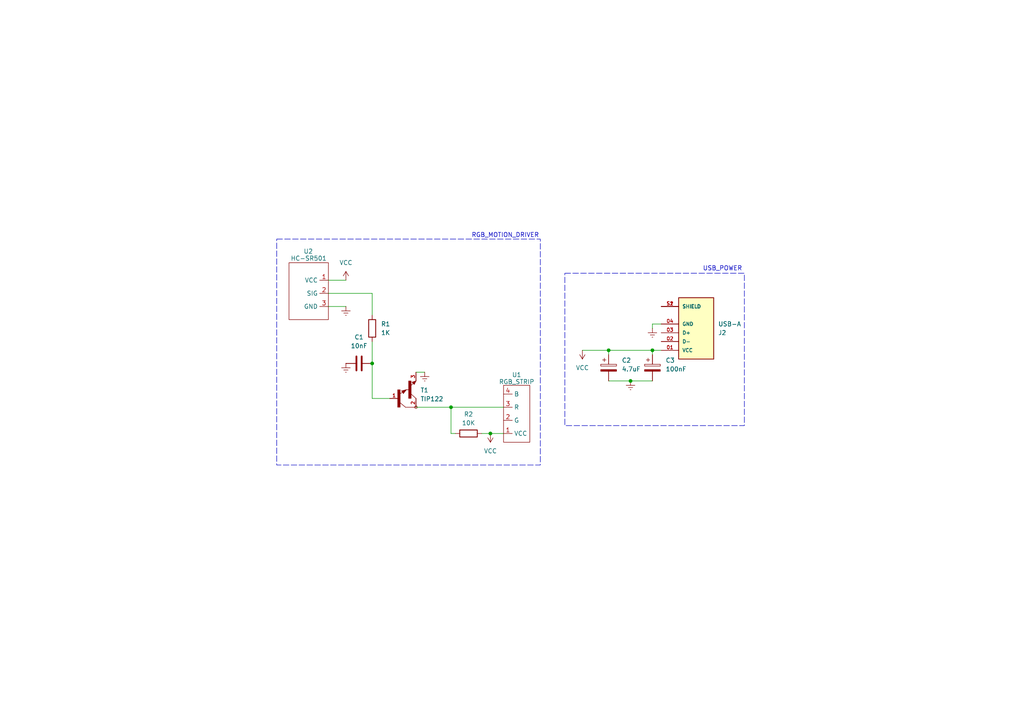
<source format=kicad_sch>
(kicad_sch (version 20231120) (generator "eeschema") (generator_version "8.0")
  (paper "A4")
  (title_block (title "DOOR_FLASH_NOTIFY") (date "2024-08-25") (rev "A") (company "Rullo Corporation"))
  (lib_symbols
    (symbol "Device:C" (pin_numbers hide) (pin_names (offset 0.254))
      (property "Reference" "C" (at 0.635 2.54 0))
      (property "Value" "C" (at 0.635 -2.54 0))
      (symbol "C_0_1"
        (polyline (pts (xy -2.032 -0.762) (xy 2.032 -0.762)) (stroke (width 0.508)))
        (polyline (pts (xy -2.032 0.762) (xy 2.032 0.762)) (stroke (width 0.508)))
      )
      (symbol "C_1_1"
        (pin passive line (at 0 3.81 270) (length 2.794) (name "~") (number "1"))
        (pin passive line (at 0 -3.81 90) (length 2.794) (name "~") (number "2"))
      )
    )
    (symbol "Device:C_Polarized" (pin_numbers hide) (pin_names (offset 0.254))
      (property "Reference" "C" (at 0.635 2.54 0))
      (property "Value" "C_Polarized" (at 0.635 -2.54 0))
      (symbol "C_Polarized_0_1"
        (rectangle (start -2.286 0.508) (end 2.286 1.016))
        (polyline (pts (xy -1.778 2.286) (xy -0.762 2.286)))
        (polyline (pts (xy -1.27 2.794) (xy -1.27 1.778)))
        (rectangle (start 2.286 -0.508) (end -2.286 -1.016) (fill (type outline)))
      )
      (symbol "C_Polarized_1_1"
        (pin passive line (at 0 3.81 270) (length 2.794) (name "~") (number "1"))
        (pin passive line (at 0 -3.81 90) (length 2.794) (name "~") (number "2"))
      )
    )
    (symbol "Device:R" (pin_numbers hide) (pin_names (offset 0))
      (property "Reference" "R" (at 2.032 0 90))
      (property "Value" "R" (at 0 0 90))
      (symbol "R_0_1"
        (rectangle (start -1.016 -2.54) (end 1.016 2.54) (stroke (width 0.254)))
      )
      (symbol "R_1_1"
        (pin passive line (at 0 3.81 270) (length 1.27) (name "~") (number "1"))
        (pin passive line (at 0 -3.81 90) (length 1.27) (name "~") (number "2"))
      )
    )
    (symbol "TIP122:TIP122" (pin_names (offset 1.016))
      (property "Reference" "T" (at -6.3504 7.6205 0))
      (property "Value" "TIP122" (at -4.0719 5.0899 0))
      (symbol "TIP122_0_0"
        (rectangle (start -0.2544 -2.5438) (end 0.508 2.54) (stroke (width 0.1)) (fill (type outline)))
        (polyline (pts (xy 0.916 -2.186) (xy 1.424 -1.424)) (stroke (width 0.1524)))
        (polyline (pts (xy 1.016 -2.159) (xy 2.032 -2.413)) (stroke (width 0.127)))
        (polyline (pts (xy 1.143 -2.032) (xy 1.905 -2.286)) (stroke (width 0.254)))
        (polyline (pts (xy 1.186 -1.84) (xy 0.208 -1.197)) (stroke (width 0.1524)))
        (polyline (pts (xy 1.397 -1.778) (xy 1.397 -1.905)) (stroke (width 0.254)))
        (polyline (pts (xy 1.397 -1.651) (xy 1.143 -2.032)) (stroke (width 0.127)))
        (polyline (pts (xy 1.397 -1.524) (xy 1.016 -2.159)) (stroke (width 0.127)))
        (polyline (pts (xy 1.424 -1.424) (xy 2.286 -2.54)) (stroke (width 0.1524)))
        (polyline (pts (xy 1.905 -2.286) (xy 1.397 -1.778)) (stroke (width 0.254)))
        (polyline (pts (xy 2.032 -2.413) (xy 1.397 -1.651)) (stroke (width 0.127)))
        (polyline (pts (xy 2.032 2.54) (xy 0.508 1.27)) (stroke (width 0.1524)))
        (polyline (pts (xy 2.159 -2.413) (xy 1.397 -1.524)) (stroke (width 0.127)))
        (polyline (pts (xy 2.286 -2.54) (xy 0.916 -2.186)) (stroke (width 0.1524)))
        (polyline (pts (xy 2.921 -2.54) (xy 2.286 -2.54)) (stroke (width 0.1524)))
        (polyline (pts (xy 3.964 -4.699) (xy 4.572 -4.064)) (stroke (width 0.1524)))
        (polyline (pts (xy 4.064 -4.699) (xy 4.826 -4.953)) (stroke (width 0.127)))
        (polyline (pts (xy 4.191 -4.699) (xy 4.699 -4.826)) (stroke (width 0.254)))
        (polyline (pts (xy 4.28 -4.38) (xy 3.483 -3.61)) (stroke (width 0.1524)))
        (polyline (pts (xy 4.572 -4.572) (xy 4.445 -4.572)) (stroke (width 0.254)))
        (polyline (pts (xy 4.572 -4.318) (xy 4.191 -4.699)) (stroke (width 0.254)))
        (polyline (pts (xy 4.572 -4.191) (xy 4.064 -4.699)) (stroke (width 0.127)))
        (polyline (pts (xy 4.572 -4.064) (xy 5.08 -5.08)) (stroke (width 0.1524)))
        (polyline (pts (xy 4.699 -4.826) (xy 4.572 -4.572)) (stroke (width 0.254)))
        (polyline (pts (xy 4.826 -4.953) (xy 4.572 -4.318)) (stroke (width 0.127)))
        (polyline (pts (xy 4.953 -4.953) (xy 4.572 -4.191)) (stroke (width 0.127)))
        (polyline (pts (xy 5.08 -5.08) (xy 3.964 -4.699)) (stroke (width 0.1524)))
        (polyline (pts (xy 5.08 0) (xy 3.683 -1.27)) (stroke (width 0.1524)))
        (polyline (pts (xy 5.08 2.54) (xy 2.032 2.54)) (stroke (width 0.1524)))
        (rectangle (start 2.924 -5.0853) (end 3.683 0) (stroke (width 0.1)) (fill (type outline)))
        (circle (center 5.08 2.54) (radius 0.381))
        (pin passive line (at -2.54 0 0) (length 2.54) (name "~") (number "1"))
        (pin passive line (at 5.08 2.54 270) (length 2.54) (name "~") (number "2"))
        (pin passive line (at 5.08 -7.62 90) (length 2.54) (name "~") (number "3"))
      )
    )
    (symbol "USB-AM-S-X-X-TH:USB-AM-S-X-X-TH" (pin_names (offset 1.016))
      (property "Reference" "J" (at -5.08 8.89 0))
      (property "Value" "USB-AM-S-X-X-TH" (at -5.08 -12.7 0))
      (symbol "USB-AM-S-X-X-TH_0_0"
        (rectangle (start -5.08 -10.16) (end 5.08 7.62) (stroke (width 0.254)) (fill (type background)))
        (pin power_in line (at -10.16 5.08 0) (length 5.08) (name "VCC") (number "01"))
        (pin bidirectional line (at -10.16 2.54 0) (length 5.08) (name "D-") (number "02"))
        (pin bidirectional line (at -10.16 0 0) (length 5.08) (name "D+") (number "03"))
        (pin power_in line (at -10.16 -2.54 0) (length 5.08) (name "GND") (number "04"))
        (pin passive line (at -10.16 -7.62 0) (length 5.08) (name "SHIELD") (number "S1"))
        (pin passive line (at -10.16 -7.62 0) (length 5.08) (name "SHIELD") (number "S2"))
      )
    )
    (symbol "kicad_custom:HC-SR501"
      (property "Reference" "U" (at 2.286 9.906 0))
      (symbol "HC-SR501_0_1"
        (rectangle (start 7.62 8.89) (end -3.81 -7.62))
      )
      (symbol "HC-SR501_1_1"
        (pin input line (at 7.62 3.81 180) (length 2.54) (name "VCC") (number "1"))
        (pin output line (at 7.62 0 180) (length 2.54) (name "SIG") (number "2"))
        (pin input line (at 7.62 -3.81 180) (length 2.54) (name "GND") (number "3"))
      )
    )
    (symbol "kicad_custom:cust_rgb_strip"
      (property "Reference" "U" (at 1.778 5.588 0))
      (symbol "cust_rgb_strip_0_1"
        (rectangle (start 2.54 3.81) (end -5.08 -12.7))
      )
      (symbol "cust_rgb_strip_1_1"
        (pin input line (at 2.54 1.27 180) (length 2.54) (name "VCC") (number "1"))
        (pin output line (at 2.54 -2.54 180) (length 2.54) (name "G") (number "2"))
        (pin output line (at 2.54 -6.35 180) (length 2.54) (name "R") (number "3"))
        (pin output line (at 2.54 -10.16 180) (length 2.54) (name "B") (number "4"))
      )
    )
    (symbol "power:GNDREF" (power) (pin_numbers hide) (pin_names (offset 0) hide)
      (property "Value" "GNDREF" (at 0 -3.81 0))
      (symbol "GNDREF_0_1"
        (polyline (pts (xy -0.635 -1.905) (xy 0.635 -1.905)))
        (polyline (pts (xy -0.127 -2.54) (xy 0.127 -2.54)))
        (polyline (pts (xy 0 -1.27) (xy 0 0)))
        (polyline (pts (xy 1.27 -1.27) (xy -1.27 -1.27)))
      )
      (symbol "GNDREF_1_1"
        (pin power_in line (at 0 0 270) (length 0) (name "~") (number "1"))
      )
    )
    (symbol "power:VCC" (power) (pin_numbers hide) (pin_names (offset 0) hide)
      (property "Value" "VCC" (at 0 3.556 0))
      (symbol "VCC_0_1"
        (polyline (pts (xy -0.762 1.27) (xy 0 2.54)))
        (polyline (pts (xy 0 0) (xy 0 2.54)))
        (polyline (pts (xy 0 2.54) (xy 0.762 1.27)))
      )
      (symbol "VCC_1_1"
        (pin power_in line (at 0 0 90) (length 0) (name "~") (number "1"))
      )
    )
  )
  (junction (at 142.24 125.73))
  (junction (at 130.81 118.11))
  (junction (at 176.53 101.6))
  (junction (at 182.88 110.49))
  (junction (at 107.95 105.41))
  (junction (at 189.23 101.6))
  (wire (pts (xy 142.24 125.73) (xy 146.05 125.73)))
  (wire (pts (xy 176.53 101.6) (xy 176.53 102.87)))
  (wire (pts (xy 95.25 81.28) (xy 100.33 81.28)))
  (wire (pts (xy 182.88 110.49) (xy 189.23 110.49)))
  (wire (pts (xy 168.91 101.6) (xy 176.53 101.6)))
  (wire (pts (xy 191.77 93.98) (xy 189.23 93.98)))
  (wire (pts (xy 189.23 101.6) (xy 189.23 102.87)))
  (wire (pts (xy 107.95 105.41) (xy 107.95 115.57)))
  (wire (pts (xy 130.81 118.11) (xy 146.05 118.11)))
  (wire (pts (xy 120.65 118.11) (xy 130.81 118.11)))
  (wire (pts (xy 130.81 125.73) (xy 132.08 125.73)))
  (wire (pts (xy 113.03 115.57) (xy 107.95 115.57)))
  (wire (pts (xy 139.7 125.73) (xy 142.24 125.73)))
  (wire (pts (xy 176.53 101.6) (xy 189.23 101.6)))
  (wire (pts (xy 189.23 93.98) (xy 189.23 95.25)))
  (wire (pts (xy 107.95 99.06) (xy 107.95 105.41)))
  (wire (pts (xy 189.23 101.6) (xy 191.77 101.6)))
  (wire (pts (xy 130.81 118.11) (xy 130.81 125.73)))
  (wire (pts (xy 95.25 85.09) (xy 107.95 85.09)))
  (wire (pts (xy 107.95 85.09) (xy 107.95 91.44)))
  (wire (pts (xy 123.19 107.95) (xy 120.65 107.95)))
  (wire (pts (xy 95.25 88.9) (xy 100.33 88.9)))
  (wire (pts (xy 176.53 110.49) (xy 182.88 110.49)))
  (rectangle (start 80.264 69.342) (end 156.718 134.874) (stroke (width 0) (type dash)))
  (rectangle (start 163.83 79.248) (end 215.9 123.444) (stroke (width 0) (type dash)))
  (text "RGB_MOTION_DRIVER" (at 146.558 68.326 0) (effects (font (size 1.27 1.27))))
  (text "USB_POWER" (at 209.55 77.978 0) (effects (font (size 1.27 1.27))))
  (symbol (lib_id "power:VCC") (at 142.24 125.73 180) (unit 1)
    (property "Reference" "#PWR04" (effects (hide yes)))
    (property "Value" "VCC" (at 142.24 130.81 0))
    (property "Description" "Power symbol creates a global label with name \"VCC\"" (effects (hide yes)))
  )
  (symbol (lib_id "power:VCC") (at 100.33 81.28 0) (unit 1)
    (property "Reference" "#PWR08" (effects (hide yes)))
    (property "Value" "VCC" (at 100.33 76.2 0))
    (property "Description" "Power symbol creates a global label with name \"VCC\"" (effects (hide yes)))
  )
  (symbol (lib_id "power:GNDREF") (at 189.23 95.25 0) (unit 1)
    (property "Reference" "#PWR07" (effects (hide yes)))
    (property "Value" "GNDREF" (effects (hide yes)))
    (property "Description" "Power symbol creates a global label with name \"GNDREF\" , reference supply ground" (effects (hide yes)))
  )
  (symbol (lib_id "power:GNDREF") (at 100.33 105.41 0) (unit 1)
    (property "Reference" "#PWR01" (effects (hide yes)))
    (property "Value" "GNDREF" (effects (hide yes)))
    (property "Description" "Power symbol creates a global label with name \"GNDREF\" , reference supply ground" (effects (hide yes)))
  )
  (symbol (lib_id "Device:C_Polarized") (at 176.53 106.68 0) (unit 1)
    (property "Reference" "C2" (at 180.34 104.5209 0) (effects (justify left)))
    (property "Value" "4.7uF" (at 180.34 107.0609 0) (effects (justify left)))
    (property "Footprint" "Capacitor_THT:CP_Radial_D5.0mm_P2.50mm" (effects (hide yes)))
    (property "Description" "Polarized capacitor" (effects (hide yes)))
  )
  (symbol (lib_id "TIP122:TIP122") (at 115.57 115.57 0) (mirror x) (unit 1)
    (property "Reference" "T1" (at 121.92 113.1823 0) (effects (justify left)))
    (property "Value" "TIP122" (at 121.92 115.7223 0) (effects (justify left)))
    (property "Footprint" "01-TIP122:TIP122" (effects (hide yes)))
    (property "MF" "ON Semiconductor" (effects (hide yes)))
    (property "Description_1" "\nBipolar (BJT) Transistor NPN - Darlington 100 V 5 A - 2 W Through Hole TO-220-3\n" (effects (hide yes)))
    (property "Package" "TO-220-3 ON Semiconductor" (effects (hide yes)))
    (property "Price" "None" (effects (hide yes)))
    (property "SnapEDA_Link" "https://www.snapeda.com/parts/TIP122/Onsemi/view-part/?ref=snap" (effects (hide yes)))
    (property "MP" "TIP122" (effects (hide yes)))
    (property "Purchase-URL" "https://www.snapeda.com/api/url_track_click_mouser/?unipart_id=550441&manufacturer=ON Semiconductor&part_name=TIP122&search_term=None" (effects (hide yes)))
    (property "Availability" "In Stock" (effects (hide yes)))
    (property "Check_prices" "https://www.snapeda.com/parts/TIP122/Onsemi/view-part/?ref=eda" (effects (hide yes)))
  )
  (symbol (lib_id "power:VCC") (at 168.91 101.6 180) (unit 1)
    (property "Reference" "#PWR03" (effects (hide yes)))
    (property "Value" "VCC" (at 168.91 106.68 0))
    (property "Description" "Power symbol creates a global label with name \"VCC\"" (effects (hide yes)))
  )
  (symbol (lib_id "power:GNDREF") (at 100.33 88.9 0) (unit 1)
    (property "Reference" "#PWR02" (effects (hide yes)))
    (property "Value" "GNDREF" (effects (hide yes)))
    (property "Description" "Power symbol creates a global label with name \"GNDREF\" , reference supply ground" (effects (hide yes)))
  )
  (symbol (lib_id "kicad_custom:HC-SR501") (at 87.63 85.09 0) (unit 1)
    (property "Reference" "U2" (at 89.408 72.898 0))
    (property "Value" "HC-SR501" (at 89.535 74.93 0))
    (property "Footprint" "Connector_PinHeader_1.00mm:PinHeader_1x03_P1.00mm_Vertical" (effects (hide yes)))
  )
  (symbol (lib_id "power:GNDREF") (at 123.19 107.95 0) (unit 1)
    (property "Reference" "#PWR05" (effects (hide yes)))
    (property "Value" "GNDREF" (effects (hide yes)))
    (property "Description" "Power symbol creates a global label with name \"GNDREF\" , reference supply ground" (effects (hide yes)))
  )
  (symbol (lib_id "Device:C") (at 104.14 105.41 90) (unit 1)
    (property "Reference" "C1" (at 104.14 97.79 90))
    (property "Value" "10nF" (at 104.14 100.33 90))
    (property "Footprint" "Capacitor_THT:C_Disc_D5.0mm_W2.5mm_P2.50mm" (effects (hide yes)))
    (property "Description" "Unpolarized capacitor" (effects (hide yes)))
  )
  (symbol (lib_id "Device:R") (at 135.89 125.73 90) (unit 1)
    (property "Reference" "R2" (at 135.89 120.142 90))
    (property "Value" "10K" (at 135.89 122.682 90))
    (property "Footprint" "Resistor_THT:R_Axial_DIN0207_L6.3mm_D2.5mm_P10.16mm_Horizontal" (effects (hide yes)))
    (property "Description" "Resistor" (effects (hide yes)))
  )
  (symbol (lib_id "Device:R") (at 107.95 95.25 0) (unit 1)
    (property "Reference" "R1" (at 110.49 93.9799 0) (effects (justify left)))
    (property "Value" "1K" (at 110.49 96.5199 0) (effects (justify left)))
    (property "Footprint" "Resistor_THT:R_Axial_DIN0207_L6.3mm_D2.5mm_P10.16mm_Horizontal" (effects (hide yes)))
    (property "Description" "Resistor" (effects (hide yes)))
  )
  (symbol (lib_id "kicad_custom:cust_rgb_strip") (at 148.59 124.46 180) (unit 1)
    (property "Reference" "U1" (at 149.86 108.712 0))
    (property "Value" "RGB_STRIP" (at 149.86 110.744 0))
    (property "Footprint" "Connector_PinHeader_1.00mm:PinHeader_1x04_P1.00mm_Vertical" (effects (hide yes)))
  )
  (symbol (lib_id "power:GNDREF") (at 182.88 110.49 0) (unit 1)
    (property "Reference" "#PWR06" (effects (hide yes)))
    (property "Value" "GNDREF" (effects (hide yes)))
    (property "Description" "Power symbol creates a global label with name \"GNDREF\" , reference supply ground" (effects (hide yes)))
  )
  (symbol (lib_id "USB-AM-S-X-X-TH:USB-AM-S-X-X-TH") (at 201.93 96.52 0) (mirror x) (unit 1)
    (property "Reference" "J2" (at 208.28 96.5201 0) (effects (justify left)))
    (property "Value" "USB-A" (at 208.28 93.9801 0) (effects (justify left)))
    (property "Footprint" "02-USB-AM-S-X-X-TH:SAMTEC_USB-AM-S-X-X-TH" (effects (hide yes)))
    (property "MF" "Samtec" (effects (hide yes)))
    (property "MAXIMUM_PACKAGE_HEIGHT" "4.6 mm" (effects (hide yes)))
    (property "Package" "None" (effects (hide yes)))
    (property "Price" "None" (effects (hide yes)))
    (property "Check_prices" "https://www.snapeda.com/parts/USB-AM-S-F-W-TH/Samtec+Inc./view-part/?ref=eda" (effects (hide yes)))
    (property "STANDARD" "Manufacturer Recommendations" (effects (hide yes)))
    (property "PARTREV" "U" (effects (hide yes)))
    (property "SnapEDA_Link" "https://www.snapeda.com/parts/USB-AM-S-F-W-TH/Samtec+Inc./view-part/?ref=snap" (effects (hide yes)))
    (property "MP" "USB-AM-S-F-W-TH" (effects (hide yes)))
    (property "Description_1" "\nUSB-A (USB TYPE-A) USB 2.0 Plug Connector 4 Position Through Hole, Right Angle\n" (effects (hide yes)))
    (property "Availability" "In Stock" (effects (hide yes)))
    (property "MANUFACTURER" "Samtec" (effects (hide yes)))
  )
  (symbol (lib_id "Device:C_Polarized") (at 189.23 106.68 0) (unit 1)
    (property "Reference" "C3" (at 193.04 104.5209 0) (effects (justify left)))
    (property "Value" "100nF" (at 193.04 107.0609 0) (effects (justify left)))
    (property "Footprint" "Capacitor_THT:CP_Radial_D5.0mm_P2.50mm" (effects (hide yes)))
    (property "Description" "Polarized capacitor" (effects (hide yes)))
  )
)
</source>
